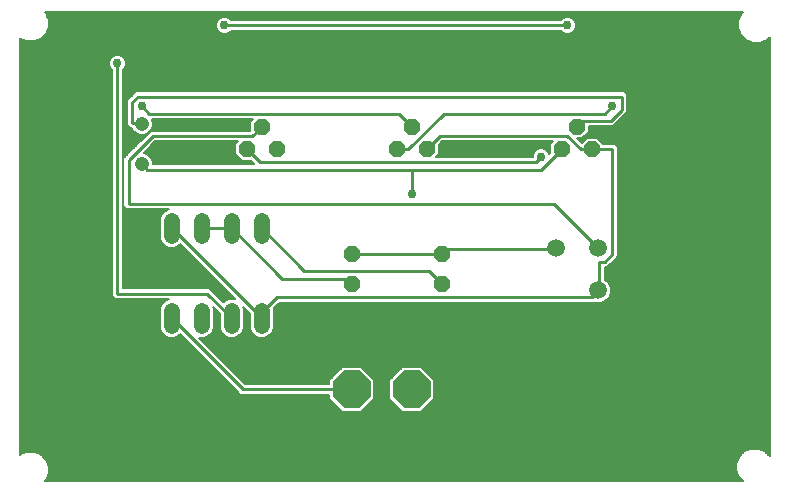
<source format=gbl>
G75*
%MOIN*%
%OFA0B0*%
%FSLAX25Y25*%
%IPPOS*%
%LPD*%
%AMOC8*
5,1,8,0,0,1.08239X$1,22.5*
%
%ADD10OC8,0.05600*%
%ADD11OC8,0.12400*%
%ADD12C,0.05200*%
%ADD13C,0.05906*%
%ADD14C,0.04756*%
%ADD15OC8,0.05200*%
%ADD16C,0.01000*%
%ADD17C,0.02978*%
%ADD18C,0.00600*%
%ADD19OC8,0.03962*%
D10*
X0118800Y0073800D03*
X0118800Y0083800D03*
X0148800Y0083800D03*
X0148800Y0073800D03*
D11*
X0138800Y0038800D03*
X0118800Y0038800D03*
D12*
X0088800Y0059800D02*
X0088800Y0065000D01*
X0078800Y0065000D02*
X0078800Y0059800D01*
X0068800Y0059800D02*
X0068800Y0065000D01*
X0058800Y0065000D02*
X0058800Y0059800D01*
X0058800Y0089800D02*
X0058800Y0095000D01*
X0068800Y0095000D02*
X0068800Y0089800D01*
X0078800Y0089800D02*
X0078800Y0095000D01*
X0088800Y0095000D02*
X0088800Y0089800D01*
D13*
X0186729Y0085871D03*
X0200871Y0085871D03*
X0200871Y0071729D03*
D14*
X0048800Y0113800D03*
X0048800Y0127186D03*
D15*
X0083800Y0118800D03*
X0093800Y0118800D03*
X0088800Y0126300D03*
X0133800Y0118800D03*
X0143800Y0118800D03*
X0138800Y0126300D03*
X0188800Y0118800D03*
X0198800Y0118800D03*
X0193800Y0126300D03*
D16*
X0195675Y0128175D01*
X0205050Y0128175D01*
X0208800Y0131925D01*
X0208800Y0136300D01*
X0047550Y0136300D01*
X0045675Y0134425D01*
X0045675Y0127550D01*
X0048800Y0127550D01*
X0048800Y0127186D01*
X0051300Y0130675D02*
X0134425Y0130675D01*
X0138800Y0126300D01*
X0143800Y0118800D02*
X0148175Y0123175D01*
X0190675Y0123175D01*
X0195050Y0118800D01*
X0198800Y0118800D01*
X0205675Y0118800D01*
X0205675Y0083800D01*
X0203175Y0081300D01*
X0201300Y0081300D01*
X0201300Y0071925D01*
X0200871Y0071729D01*
X0200675Y0071300D01*
X0198800Y0069425D01*
X0093800Y0069425D01*
X0088800Y0064425D01*
X0088800Y0062400D01*
X0058800Y0092400D01*
X0068800Y0092400D02*
X0078800Y0092400D01*
X0095525Y0075675D01*
X0116925Y0075675D01*
X0118800Y0073800D01*
X0118800Y0083800D02*
X0148800Y0083800D01*
X0150675Y0085675D01*
X0186300Y0085675D01*
X0186729Y0085871D01*
X0200675Y0086300D02*
X0200871Y0085871D01*
X0200675Y0086300D02*
X0186300Y0100675D01*
X0044425Y0100675D01*
X0044425Y0115050D01*
X0052550Y0123175D01*
X0085675Y0123175D01*
X0088800Y0126300D01*
X0083800Y0118800D02*
X0088175Y0114425D01*
X0180050Y0114425D01*
X0181925Y0116300D01*
X0181925Y0111925D02*
X0188800Y0118800D01*
X0181925Y0111925D02*
X0138800Y0111925D01*
X0138800Y0103800D01*
X0138800Y0111925D02*
X0050675Y0111925D01*
X0048800Y0113800D01*
X0051300Y0130675D02*
X0048800Y0133175D01*
X0040675Y0147550D02*
X0040675Y0070675D01*
X0070525Y0070675D01*
X0078800Y0062400D01*
X0058800Y0062400D02*
X0082400Y0038800D01*
X0118800Y0038800D01*
X0148800Y0073800D02*
X0144425Y0078175D01*
X0103025Y0078175D01*
X0088800Y0092400D01*
X0133800Y0118800D02*
X0137550Y0118800D01*
X0149425Y0130675D01*
X0203175Y0130675D01*
X0205675Y0133175D01*
X0190675Y0160050D02*
X0076300Y0160050D01*
D17*
X0076300Y0160050D03*
X0040675Y0147550D03*
X0048800Y0133175D03*
X0138800Y0103800D03*
X0181925Y0116300D03*
X0205675Y0133175D03*
X0190675Y0160050D03*
D18*
X0249313Y0008100D02*
X0016487Y0008100D01*
X0016847Y0008461D01*
X0017772Y0010692D01*
X0017772Y0013108D01*
X0016847Y0015339D01*
X0015139Y0017047D01*
X0012908Y0017972D01*
X0010492Y0017972D01*
X0008261Y0017047D01*
X0008100Y0016887D01*
X0008100Y0155813D01*
X0008261Y0155653D01*
X0010492Y0154728D01*
X0012908Y0154728D01*
X0015139Y0155653D01*
X0016847Y0157361D01*
X0017772Y0159592D01*
X0017772Y0162008D01*
X0016847Y0164239D01*
X0016626Y0164461D01*
X0249174Y0164461D01*
X0248453Y0163739D01*
X0247528Y0161508D01*
X0247528Y0159092D01*
X0248453Y0156861D01*
X0250161Y0155153D01*
X0252392Y0154228D01*
X0254808Y0154228D01*
X0257039Y0155153D01*
X0258201Y0156314D01*
X0258201Y0016386D01*
X0256539Y0018047D01*
X0254308Y0018972D01*
X0251892Y0018972D01*
X0249661Y0018047D01*
X0247953Y0016339D01*
X0247028Y0014108D01*
X0247028Y0011692D01*
X0247953Y0009461D01*
X0249313Y0008100D01*
X0248825Y0008588D02*
X0016900Y0008588D01*
X0017148Y0009187D02*
X0248227Y0009187D01*
X0247818Y0009785D02*
X0017396Y0009785D01*
X0017644Y0010384D02*
X0247570Y0010384D01*
X0247322Y0010982D02*
X0017772Y0010982D01*
X0017772Y0011581D02*
X0247075Y0011581D01*
X0247028Y0012179D02*
X0017772Y0012179D01*
X0017772Y0012778D02*
X0247028Y0012778D01*
X0247028Y0013376D02*
X0017660Y0013376D01*
X0017413Y0013975D02*
X0247028Y0013975D01*
X0247221Y0014573D02*
X0017165Y0014573D01*
X0016917Y0015172D02*
X0247469Y0015172D01*
X0247717Y0015770D02*
X0016416Y0015770D01*
X0015818Y0016369D02*
X0247982Y0016369D01*
X0248581Y0016967D02*
X0015219Y0016967D01*
X0013888Y0017566D02*
X0249179Y0017566D01*
X0249943Y0018164D02*
X0008100Y0018164D01*
X0008100Y0017566D02*
X0009512Y0017566D01*
X0008181Y0016967D02*
X0008100Y0016967D01*
X0008100Y0018763D02*
X0251388Y0018763D01*
X0254812Y0018763D02*
X0258201Y0018763D01*
X0258201Y0019361D02*
X0008100Y0019361D01*
X0008100Y0019960D02*
X0258201Y0019960D01*
X0258201Y0020558D02*
X0008100Y0020558D01*
X0008100Y0021157D02*
X0258201Y0021157D01*
X0258201Y0021755D02*
X0008100Y0021755D01*
X0008100Y0022354D02*
X0258201Y0022354D01*
X0258201Y0022952D02*
X0008100Y0022952D01*
X0008100Y0023551D02*
X0258201Y0023551D01*
X0258201Y0024149D02*
X0008100Y0024149D01*
X0008100Y0024748D02*
X0258201Y0024748D01*
X0258201Y0025346D02*
X0008100Y0025346D01*
X0008100Y0025945D02*
X0258201Y0025945D01*
X0258201Y0026543D02*
X0008100Y0026543D01*
X0008100Y0027142D02*
X0258201Y0027142D01*
X0258201Y0027740D02*
X0008100Y0027740D01*
X0008100Y0028339D02*
X0258201Y0028339D01*
X0258201Y0028937D02*
X0008100Y0028937D01*
X0008100Y0029536D02*
X0258201Y0029536D01*
X0258201Y0030134D02*
X0008100Y0030134D01*
X0008100Y0030733D02*
X0258201Y0030733D01*
X0258201Y0031332D02*
X0141938Y0031332D01*
X0141907Y0031300D02*
X0146300Y0035693D01*
X0146300Y0041907D01*
X0141907Y0046300D01*
X0135693Y0046300D01*
X0131300Y0041907D01*
X0131300Y0035693D01*
X0135693Y0031300D01*
X0141907Y0031300D01*
X0142537Y0031930D02*
X0258201Y0031930D01*
X0258201Y0032529D02*
X0143135Y0032529D01*
X0143734Y0033127D02*
X0258201Y0033127D01*
X0258201Y0033726D02*
X0144332Y0033726D01*
X0144931Y0034324D02*
X0258201Y0034324D01*
X0258201Y0034923D02*
X0145529Y0034923D01*
X0146128Y0035521D02*
X0258201Y0035521D01*
X0258201Y0036120D02*
X0146300Y0036120D01*
X0146300Y0036718D02*
X0258201Y0036718D01*
X0258201Y0037317D02*
X0146300Y0037317D01*
X0146300Y0037915D02*
X0258201Y0037915D01*
X0258201Y0038514D02*
X0146300Y0038514D01*
X0146300Y0039112D02*
X0258201Y0039112D01*
X0258201Y0039711D02*
X0146300Y0039711D01*
X0146300Y0040309D02*
X0258201Y0040309D01*
X0258201Y0040908D02*
X0146300Y0040908D01*
X0146300Y0041506D02*
X0258201Y0041506D01*
X0258201Y0042105D02*
X0146102Y0042105D01*
X0145503Y0042703D02*
X0258201Y0042703D01*
X0258201Y0043302D02*
X0144905Y0043302D01*
X0144306Y0043900D02*
X0258201Y0043900D01*
X0258201Y0044499D02*
X0143708Y0044499D01*
X0143109Y0045097D02*
X0258201Y0045097D01*
X0258201Y0045696D02*
X0142511Y0045696D01*
X0141912Y0046294D02*
X0258201Y0046294D01*
X0258201Y0046893D02*
X0076853Y0046893D01*
X0077451Y0046294D02*
X0115688Y0046294D01*
X0115693Y0046300D02*
X0111300Y0041907D01*
X0111300Y0040600D01*
X0083146Y0040600D01*
X0067719Y0056026D01*
X0068024Y0055900D01*
X0069576Y0055900D01*
X0071009Y0056494D01*
X0072106Y0057591D01*
X0072700Y0059024D01*
X0072700Y0065776D01*
X0072574Y0066081D01*
X0074900Y0063754D01*
X0074900Y0059024D01*
X0075494Y0057591D01*
X0076591Y0056494D01*
X0078024Y0055900D01*
X0079576Y0055900D01*
X0081009Y0056494D01*
X0082106Y0057591D01*
X0082700Y0059024D01*
X0082700Y0065776D01*
X0082574Y0066081D01*
X0084900Y0063754D01*
X0084900Y0059024D01*
X0085494Y0057591D01*
X0086591Y0056494D01*
X0088024Y0055900D01*
X0089576Y0055900D01*
X0091009Y0056494D01*
X0092106Y0057591D01*
X0092700Y0059024D01*
X0092700Y0065776D01*
X0092699Y0065778D01*
X0094546Y0067625D01*
X0199546Y0067625D01*
X0199581Y0067660D01*
X0200025Y0067476D01*
X0201717Y0067476D01*
X0203280Y0068124D01*
X0204476Y0069320D01*
X0205124Y0070883D01*
X0205124Y0072575D01*
X0204476Y0074138D01*
X0203280Y0075334D01*
X0203100Y0075409D01*
X0203100Y0079500D01*
X0203921Y0079500D01*
X0206421Y0082000D01*
X0207475Y0083054D01*
X0207475Y0119546D01*
X0206421Y0120600D01*
X0202515Y0120600D01*
X0200415Y0122700D01*
X0197185Y0122700D01*
X0195440Y0120955D01*
X0193996Y0122400D01*
X0195415Y0122400D01*
X0197700Y0124685D01*
X0197700Y0126375D01*
X0205796Y0126375D01*
X0209546Y0130125D01*
X0210600Y0131179D01*
X0210600Y0137046D01*
X0209546Y0138100D01*
X0046804Y0138100D01*
X0044929Y0136225D01*
X0043875Y0135171D01*
X0043875Y0126804D01*
X0044929Y0125750D01*
X0045414Y0125750D01*
X0045682Y0125102D01*
X0046717Y0124068D01*
X0048068Y0123508D01*
X0049532Y0123508D01*
X0050883Y0124068D01*
X0051918Y0125102D01*
X0052478Y0126454D01*
X0052478Y0127917D01*
X0052081Y0128875D01*
X0085860Y0128875D01*
X0084900Y0127915D01*
X0084900Y0124975D01*
X0051804Y0124975D01*
X0043679Y0116850D01*
X0042625Y0115796D01*
X0042625Y0099929D01*
X0043679Y0098875D01*
X0057964Y0098875D01*
X0056591Y0098306D01*
X0055494Y0097209D01*
X0054900Y0095776D01*
X0054900Y0089024D01*
X0055494Y0087591D01*
X0056591Y0086494D01*
X0058024Y0085900D01*
X0059576Y0085900D01*
X0061009Y0086494D01*
X0061585Y0087070D01*
X0079881Y0068774D01*
X0079576Y0068900D01*
X0078024Y0068900D01*
X0076591Y0068306D01*
X0076015Y0067730D01*
X0071271Y0072475D01*
X0042475Y0072475D01*
X0042475Y0145406D01*
X0043039Y0145970D01*
X0043464Y0146995D01*
X0043464Y0148105D01*
X0043039Y0149130D01*
X0042255Y0149914D01*
X0041230Y0150339D01*
X0040120Y0150339D01*
X0039095Y0149914D01*
X0038311Y0149130D01*
X0037886Y0148105D01*
X0037886Y0146995D01*
X0038311Y0145970D01*
X0038875Y0145406D01*
X0038875Y0069929D01*
X0039929Y0068875D01*
X0057964Y0068875D01*
X0056591Y0068306D01*
X0055494Y0067209D01*
X0054900Y0065776D01*
X0054900Y0059024D01*
X0055494Y0057591D01*
X0056591Y0056494D01*
X0058024Y0055900D01*
X0059576Y0055900D01*
X0061009Y0056494D01*
X0061585Y0057070D01*
X0080600Y0038054D01*
X0081654Y0037000D01*
X0111300Y0037000D01*
X0111300Y0035693D01*
X0115693Y0031300D01*
X0121907Y0031300D01*
X0126300Y0035693D01*
X0126300Y0041907D01*
X0121907Y0046300D01*
X0115693Y0046300D01*
X0115089Y0045696D02*
X0078050Y0045696D01*
X0078648Y0045097D02*
X0114491Y0045097D01*
X0113892Y0044499D02*
X0079247Y0044499D01*
X0079845Y0043900D02*
X0113294Y0043900D01*
X0112695Y0043302D02*
X0080444Y0043302D01*
X0081042Y0042703D02*
X0112097Y0042703D01*
X0111498Y0042105D02*
X0081641Y0042105D01*
X0082239Y0041506D02*
X0111300Y0041506D01*
X0111300Y0040908D02*
X0082838Y0040908D01*
X0080141Y0038514D02*
X0008100Y0038514D01*
X0008100Y0039112D02*
X0079542Y0039112D01*
X0078944Y0039711D02*
X0008100Y0039711D01*
X0008100Y0040309D02*
X0078345Y0040309D01*
X0077747Y0040908D02*
X0008100Y0040908D01*
X0008100Y0041506D02*
X0077148Y0041506D01*
X0076550Y0042105D02*
X0008100Y0042105D01*
X0008100Y0042703D02*
X0075951Y0042703D01*
X0075353Y0043302D02*
X0008100Y0043302D01*
X0008100Y0043900D02*
X0074754Y0043900D01*
X0074156Y0044499D02*
X0008100Y0044499D01*
X0008100Y0045097D02*
X0073557Y0045097D01*
X0072959Y0045696D02*
X0008100Y0045696D01*
X0008100Y0046294D02*
X0072360Y0046294D01*
X0071762Y0046893D02*
X0008100Y0046893D01*
X0008100Y0047491D02*
X0071163Y0047491D01*
X0070565Y0048090D02*
X0008100Y0048090D01*
X0008100Y0048688D02*
X0069966Y0048688D01*
X0069368Y0049287D02*
X0008100Y0049287D01*
X0008100Y0049885D02*
X0068769Y0049885D01*
X0068171Y0050484D02*
X0008100Y0050484D01*
X0008100Y0051082D02*
X0067572Y0051082D01*
X0066973Y0051681D02*
X0008100Y0051681D01*
X0008100Y0052279D02*
X0066375Y0052279D01*
X0065776Y0052878D02*
X0008100Y0052878D01*
X0008100Y0053476D02*
X0065178Y0053476D01*
X0064579Y0054075D02*
X0008100Y0054075D01*
X0008100Y0054673D02*
X0063981Y0054673D01*
X0063382Y0055272D02*
X0008100Y0055272D01*
X0008100Y0055870D02*
X0062784Y0055870D01*
X0062185Y0056469D02*
X0060949Y0056469D01*
X0061583Y0057068D02*
X0061587Y0057068D01*
X0056651Y0056469D02*
X0008100Y0056469D01*
X0008100Y0057068D02*
X0056017Y0057068D01*
X0055463Y0057666D02*
X0008100Y0057666D01*
X0008100Y0058265D02*
X0055215Y0058265D01*
X0054967Y0058863D02*
X0008100Y0058863D01*
X0008100Y0059462D02*
X0054900Y0059462D01*
X0054900Y0060060D02*
X0008100Y0060060D01*
X0008100Y0060659D02*
X0054900Y0060659D01*
X0054900Y0061257D02*
X0008100Y0061257D01*
X0008100Y0061856D02*
X0054900Y0061856D01*
X0054900Y0062454D02*
X0008100Y0062454D01*
X0008100Y0063053D02*
X0054900Y0063053D01*
X0054900Y0063651D02*
X0008100Y0063651D01*
X0008100Y0064250D02*
X0054900Y0064250D01*
X0054900Y0064848D02*
X0008100Y0064848D01*
X0008100Y0065447D02*
X0054900Y0065447D01*
X0055012Y0066045D02*
X0008100Y0066045D01*
X0008100Y0066644D02*
X0055260Y0066644D01*
X0055527Y0067242D02*
X0008100Y0067242D01*
X0008100Y0067841D02*
X0056125Y0067841D01*
X0056912Y0068439D02*
X0008100Y0068439D01*
X0008100Y0069038D02*
X0039767Y0069038D01*
X0039168Y0069636D02*
X0008100Y0069636D01*
X0008100Y0070235D02*
X0038875Y0070235D01*
X0038875Y0070833D02*
X0008100Y0070833D01*
X0008100Y0071432D02*
X0038875Y0071432D01*
X0038875Y0072030D02*
X0008100Y0072030D01*
X0008100Y0072629D02*
X0038875Y0072629D01*
X0038875Y0073227D02*
X0008100Y0073227D01*
X0008100Y0073826D02*
X0038875Y0073826D01*
X0038875Y0074424D02*
X0008100Y0074424D01*
X0008100Y0075023D02*
X0038875Y0075023D01*
X0038875Y0075621D02*
X0008100Y0075621D01*
X0008100Y0076220D02*
X0038875Y0076220D01*
X0038875Y0076818D02*
X0008100Y0076818D01*
X0008100Y0077417D02*
X0038875Y0077417D01*
X0038875Y0078015D02*
X0008100Y0078015D01*
X0008100Y0078614D02*
X0038875Y0078614D01*
X0038875Y0079212D02*
X0008100Y0079212D01*
X0008100Y0079811D02*
X0038875Y0079811D01*
X0038875Y0080409D02*
X0008100Y0080409D01*
X0008100Y0081008D02*
X0038875Y0081008D01*
X0038875Y0081606D02*
X0008100Y0081606D01*
X0008100Y0082205D02*
X0038875Y0082205D01*
X0038875Y0082803D02*
X0008100Y0082803D01*
X0008100Y0083402D02*
X0038875Y0083402D01*
X0038875Y0084001D02*
X0008100Y0084001D01*
X0008100Y0084599D02*
X0038875Y0084599D01*
X0038875Y0085198D02*
X0008100Y0085198D01*
X0008100Y0085796D02*
X0038875Y0085796D01*
X0038875Y0086395D02*
X0008100Y0086395D01*
X0008100Y0086993D02*
X0038875Y0086993D01*
X0038875Y0087592D02*
X0008100Y0087592D01*
X0008100Y0088190D02*
X0038875Y0088190D01*
X0038875Y0088789D02*
X0008100Y0088789D01*
X0008100Y0089387D02*
X0038875Y0089387D01*
X0038875Y0089986D02*
X0008100Y0089986D01*
X0008100Y0090584D02*
X0038875Y0090584D01*
X0038875Y0091183D02*
X0008100Y0091183D01*
X0008100Y0091781D02*
X0038875Y0091781D01*
X0038875Y0092380D02*
X0008100Y0092380D01*
X0008100Y0092978D02*
X0038875Y0092978D01*
X0038875Y0093577D02*
X0008100Y0093577D01*
X0008100Y0094175D02*
X0038875Y0094175D01*
X0038875Y0094774D02*
X0008100Y0094774D01*
X0008100Y0095372D02*
X0038875Y0095372D01*
X0038875Y0095971D02*
X0008100Y0095971D01*
X0008100Y0096569D02*
X0038875Y0096569D01*
X0038875Y0097168D02*
X0008100Y0097168D01*
X0008100Y0097766D02*
X0038875Y0097766D01*
X0038875Y0098365D02*
X0008100Y0098365D01*
X0008100Y0098963D02*
X0038875Y0098963D01*
X0038875Y0099562D02*
X0008100Y0099562D01*
X0008100Y0100160D02*
X0038875Y0100160D01*
X0038875Y0100759D02*
X0008100Y0100759D01*
X0008100Y0101357D02*
X0038875Y0101357D01*
X0038875Y0101956D02*
X0008100Y0101956D01*
X0008100Y0102554D02*
X0038875Y0102554D01*
X0038875Y0103153D02*
X0008100Y0103153D01*
X0008100Y0103751D02*
X0038875Y0103751D01*
X0038875Y0104350D02*
X0008100Y0104350D01*
X0008100Y0104948D02*
X0038875Y0104948D01*
X0038875Y0105547D02*
X0008100Y0105547D01*
X0008100Y0106145D02*
X0038875Y0106145D01*
X0038875Y0106744D02*
X0008100Y0106744D01*
X0008100Y0107342D02*
X0038875Y0107342D01*
X0038875Y0107941D02*
X0008100Y0107941D01*
X0008100Y0108539D02*
X0038875Y0108539D01*
X0038875Y0109138D02*
X0008100Y0109138D01*
X0008100Y0109737D02*
X0038875Y0109737D01*
X0038875Y0110335D02*
X0008100Y0110335D01*
X0008100Y0110934D02*
X0038875Y0110934D01*
X0038875Y0111532D02*
X0008100Y0111532D01*
X0008100Y0112131D02*
X0038875Y0112131D01*
X0038875Y0112729D02*
X0008100Y0112729D01*
X0008100Y0113328D02*
X0038875Y0113328D01*
X0038875Y0113926D02*
X0008100Y0113926D01*
X0008100Y0114525D02*
X0038875Y0114525D01*
X0038875Y0115123D02*
X0008100Y0115123D01*
X0008100Y0115722D02*
X0038875Y0115722D01*
X0038875Y0116320D02*
X0008100Y0116320D01*
X0008100Y0116919D02*
X0038875Y0116919D01*
X0038875Y0117517D02*
X0008100Y0117517D01*
X0008100Y0118116D02*
X0038875Y0118116D01*
X0038875Y0118714D02*
X0008100Y0118714D01*
X0008100Y0119313D02*
X0038875Y0119313D01*
X0038875Y0119911D02*
X0008100Y0119911D01*
X0008100Y0120510D02*
X0038875Y0120510D01*
X0038875Y0121108D02*
X0008100Y0121108D01*
X0008100Y0121707D02*
X0038875Y0121707D01*
X0038875Y0122305D02*
X0008100Y0122305D01*
X0008100Y0122904D02*
X0038875Y0122904D01*
X0038875Y0123502D02*
X0008100Y0123502D01*
X0008100Y0124101D02*
X0038875Y0124101D01*
X0038875Y0124699D02*
X0008100Y0124699D01*
X0008100Y0125298D02*
X0038875Y0125298D01*
X0038875Y0125896D02*
X0008100Y0125896D01*
X0008100Y0126495D02*
X0038875Y0126495D01*
X0038875Y0127093D02*
X0008100Y0127093D01*
X0008100Y0127692D02*
X0038875Y0127692D01*
X0038875Y0128290D02*
X0008100Y0128290D01*
X0008100Y0128889D02*
X0038875Y0128889D01*
X0038875Y0129487D02*
X0008100Y0129487D01*
X0008100Y0130086D02*
X0038875Y0130086D01*
X0038875Y0130684D02*
X0008100Y0130684D01*
X0008100Y0131283D02*
X0038875Y0131283D01*
X0038875Y0131881D02*
X0008100Y0131881D01*
X0008100Y0132480D02*
X0038875Y0132480D01*
X0038875Y0133078D02*
X0008100Y0133078D01*
X0008100Y0133677D02*
X0038875Y0133677D01*
X0038875Y0134275D02*
X0008100Y0134275D01*
X0008100Y0134874D02*
X0038875Y0134874D01*
X0038875Y0135472D02*
X0008100Y0135472D01*
X0008100Y0136071D02*
X0038875Y0136071D01*
X0038875Y0136670D02*
X0008100Y0136670D01*
X0008100Y0137268D02*
X0038875Y0137268D01*
X0038875Y0137867D02*
X0008100Y0137867D01*
X0008100Y0138465D02*
X0038875Y0138465D01*
X0038875Y0139064D02*
X0008100Y0139064D01*
X0008100Y0139662D02*
X0038875Y0139662D01*
X0038875Y0140261D02*
X0008100Y0140261D01*
X0008100Y0140859D02*
X0038875Y0140859D01*
X0038875Y0141458D02*
X0008100Y0141458D01*
X0008100Y0142056D02*
X0038875Y0142056D01*
X0038875Y0142655D02*
X0008100Y0142655D01*
X0008100Y0143253D02*
X0038875Y0143253D01*
X0038875Y0143852D02*
X0008100Y0143852D01*
X0008100Y0144450D02*
X0038875Y0144450D01*
X0038875Y0145049D02*
X0008100Y0145049D01*
X0008100Y0145647D02*
X0038634Y0145647D01*
X0038196Y0146246D02*
X0008100Y0146246D01*
X0008100Y0146844D02*
X0037949Y0146844D01*
X0037886Y0147443D02*
X0008100Y0147443D01*
X0008100Y0148041D02*
X0037886Y0148041D01*
X0038108Y0148640D02*
X0008100Y0148640D01*
X0008100Y0149238D02*
X0038419Y0149238D01*
X0039018Y0149837D02*
X0008100Y0149837D01*
X0008100Y0150435D02*
X0258201Y0150435D01*
X0258201Y0149837D02*
X0042332Y0149837D01*
X0042931Y0149238D02*
X0258201Y0149238D01*
X0258201Y0148640D02*
X0043242Y0148640D01*
X0043464Y0148041D02*
X0258201Y0148041D01*
X0258201Y0147443D02*
X0043464Y0147443D01*
X0043401Y0146844D02*
X0258201Y0146844D01*
X0258201Y0146246D02*
X0043153Y0146246D01*
X0042716Y0145647D02*
X0258201Y0145647D01*
X0258201Y0145049D02*
X0042475Y0145049D01*
X0042475Y0144450D02*
X0258201Y0144450D01*
X0258201Y0143852D02*
X0042475Y0143852D01*
X0042475Y0143253D02*
X0258201Y0143253D01*
X0258201Y0142655D02*
X0042475Y0142655D01*
X0042475Y0142056D02*
X0258201Y0142056D01*
X0258201Y0141458D02*
X0042475Y0141458D01*
X0042475Y0140859D02*
X0258201Y0140859D01*
X0258201Y0140261D02*
X0042475Y0140261D01*
X0042475Y0139662D02*
X0258201Y0139662D01*
X0258201Y0139064D02*
X0042475Y0139064D01*
X0042475Y0138465D02*
X0258201Y0138465D01*
X0258201Y0137867D02*
X0209779Y0137867D01*
X0210378Y0137268D02*
X0258201Y0137268D01*
X0258201Y0136670D02*
X0210600Y0136670D01*
X0210600Y0136071D02*
X0258201Y0136071D01*
X0258201Y0135472D02*
X0210600Y0135472D01*
X0210600Y0134874D02*
X0258201Y0134874D01*
X0258201Y0134275D02*
X0210600Y0134275D01*
X0210600Y0133677D02*
X0258201Y0133677D01*
X0258201Y0133078D02*
X0210600Y0133078D01*
X0210600Y0132480D02*
X0258201Y0132480D01*
X0258201Y0131881D02*
X0210600Y0131881D01*
X0210600Y0131283D02*
X0258201Y0131283D01*
X0258201Y0130684D02*
X0210105Y0130684D01*
X0209506Y0130086D02*
X0258201Y0130086D01*
X0258201Y0129487D02*
X0208908Y0129487D01*
X0208309Y0128889D02*
X0258201Y0128889D01*
X0258201Y0128290D02*
X0207711Y0128290D01*
X0207112Y0127692D02*
X0258201Y0127692D01*
X0258201Y0127093D02*
X0206514Y0127093D01*
X0205915Y0126495D02*
X0258201Y0126495D01*
X0258201Y0125896D02*
X0197700Y0125896D01*
X0197700Y0125298D02*
X0258201Y0125298D01*
X0258201Y0124699D02*
X0197700Y0124699D01*
X0197116Y0124101D02*
X0258201Y0124101D01*
X0258201Y0123502D02*
X0196518Y0123502D01*
X0195919Y0122904D02*
X0258201Y0122904D01*
X0258201Y0122305D02*
X0200810Y0122305D01*
X0201409Y0121707D02*
X0258201Y0121707D01*
X0258201Y0121108D02*
X0202007Y0121108D01*
X0206511Y0120510D02*
X0258201Y0120510D01*
X0258201Y0119911D02*
X0207109Y0119911D01*
X0207475Y0119313D02*
X0258201Y0119313D01*
X0258201Y0118714D02*
X0207475Y0118714D01*
X0207475Y0118116D02*
X0258201Y0118116D01*
X0258201Y0117517D02*
X0207475Y0117517D01*
X0207475Y0116919D02*
X0258201Y0116919D01*
X0258201Y0116320D02*
X0207475Y0116320D01*
X0207475Y0115722D02*
X0258201Y0115722D01*
X0258201Y0115123D02*
X0207475Y0115123D01*
X0207475Y0114525D02*
X0258201Y0114525D01*
X0258201Y0113926D02*
X0207475Y0113926D01*
X0207475Y0113328D02*
X0258201Y0113328D01*
X0258201Y0112729D02*
X0207475Y0112729D01*
X0207475Y0112131D02*
X0258201Y0112131D01*
X0258201Y0111532D02*
X0207475Y0111532D01*
X0207475Y0110934D02*
X0258201Y0110934D01*
X0258201Y0110335D02*
X0207475Y0110335D01*
X0207475Y0109737D02*
X0258201Y0109737D01*
X0258201Y0109138D02*
X0207475Y0109138D01*
X0207475Y0108539D02*
X0258201Y0108539D01*
X0258201Y0107941D02*
X0207475Y0107941D01*
X0207475Y0107342D02*
X0258201Y0107342D01*
X0258201Y0106744D02*
X0207475Y0106744D01*
X0207475Y0106145D02*
X0258201Y0106145D01*
X0258201Y0105547D02*
X0207475Y0105547D01*
X0207475Y0104948D02*
X0258201Y0104948D01*
X0258201Y0104350D02*
X0207475Y0104350D01*
X0207475Y0103751D02*
X0258201Y0103751D01*
X0258201Y0103153D02*
X0207475Y0103153D01*
X0207475Y0102554D02*
X0258201Y0102554D01*
X0258201Y0101956D02*
X0207475Y0101956D01*
X0207475Y0101357D02*
X0258201Y0101357D01*
X0258201Y0100759D02*
X0207475Y0100759D01*
X0207475Y0100160D02*
X0258201Y0100160D01*
X0258201Y0099562D02*
X0207475Y0099562D01*
X0207475Y0098963D02*
X0258201Y0098963D01*
X0258201Y0098365D02*
X0207475Y0098365D01*
X0207475Y0097766D02*
X0258201Y0097766D01*
X0258201Y0097168D02*
X0207475Y0097168D01*
X0207475Y0096569D02*
X0258201Y0096569D01*
X0258201Y0095971D02*
X0207475Y0095971D01*
X0207475Y0095372D02*
X0258201Y0095372D01*
X0258201Y0094774D02*
X0207475Y0094774D01*
X0207475Y0094175D02*
X0258201Y0094175D01*
X0258201Y0093577D02*
X0207475Y0093577D01*
X0207475Y0092978D02*
X0258201Y0092978D01*
X0258201Y0092380D02*
X0207475Y0092380D01*
X0207475Y0091781D02*
X0258201Y0091781D01*
X0258201Y0091183D02*
X0207475Y0091183D01*
X0207475Y0090584D02*
X0258201Y0090584D01*
X0258201Y0089986D02*
X0207475Y0089986D01*
X0207475Y0089387D02*
X0258201Y0089387D01*
X0258201Y0088789D02*
X0207475Y0088789D01*
X0207475Y0088190D02*
X0258201Y0088190D01*
X0258201Y0087592D02*
X0207475Y0087592D01*
X0207475Y0086993D02*
X0258201Y0086993D01*
X0258201Y0086395D02*
X0207475Y0086395D01*
X0207475Y0085796D02*
X0258201Y0085796D01*
X0258201Y0085198D02*
X0207475Y0085198D01*
X0207475Y0084599D02*
X0258201Y0084599D01*
X0258201Y0084001D02*
X0207475Y0084001D01*
X0207475Y0083402D02*
X0258201Y0083402D01*
X0258201Y0082803D02*
X0207224Y0082803D01*
X0206626Y0082205D02*
X0258201Y0082205D01*
X0258201Y0081606D02*
X0206027Y0081606D01*
X0205429Y0081008D02*
X0258201Y0081008D01*
X0258201Y0080409D02*
X0204830Y0080409D01*
X0204232Y0079811D02*
X0258201Y0079811D01*
X0258201Y0079212D02*
X0203100Y0079212D01*
X0203100Y0078614D02*
X0258201Y0078614D01*
X0258201Y0078015D02*
X0203100Y0078015D01*
X0203100Y0077417D02*
X0258201Y0077417D01*
X0258201Y0076818D02*
X0203100Y0076818D01*
X0203100Y0076220D02*
X0258201Y0076220D01*
X0258201Y0075621D02*
X0203100Y0075621D01*
X0203591Y0075023D02*
X0258201Y0075023D01*
X0258201Y0074424D02*
X0204190Y0074424D01*
X0204606Y0073826D02*
X0258201Y0073826D01*
X0258201Y0073227D02*
X0204853Y0073227D01*
X0205101Y0072629D02*
X0258201Y0072629D01*
X0258201Y0072030D02*
X0205124Y0072030D01*
X0205124Y0071432D02*
X0258201Y0071432D01*
X0258201Y0070833D02*
X0205103Y0070833D01*
X0204855Y0070235D02*
X0258201Y0070235D01*
X0258201Y0069636D02*
X0204607Y0069636D01*
X0204194Y0069038D02*
X0258201Y0069038D01*
X0258201Y0068439D02*
X0203595Y0068439D01*
X0202596Y0067841D02*
X0258201Y0067841D01*
X0258201Y0067242D02*
X0094163Y0067242D01*
X0093564Y0066644D02*
X0258201Y0066644D01*
X0258201Y0066045D02*
X0092966Y0066045D01*
X0092700Y0065447D02*
X0258201Y0065447D01*
X0258201Y0064848D02*
X0092700Y0064848D01*
X0092700Y0064250D02*
X0258201Y0064250D01*
X0258201Y0063651D02*
X0092700Y0063651D01*
X0092700Y0063053D02*
X0258201Y0063053D01*
X0258201Y0062454D02*
X0092700Y0062454D01*
X0092700Y0061856D02*
X0258201Y0061856D01*
X0258201Y0061257D02*
X0092700Y0061257D01*
X0092700Y0060659D02*
X0258201Y0060659D01*
X0258201Y0060060D02*
X0092700Y0060060D01*
X0092700Y0059462D02*
X0258201Y0059462D01*
X0258201Y0058863D02*
X0092633Y0058863D01*
X0092385Y0058265D02*
X0258201Y0058265D01*
X0258201Y0057666D02*
X0092137Y0057666D01*
X0091583Y0057068D02*
X0258201Y0057068D01*
X0258201Y0056469D02*
X0090949Y0056469D01*
X0086651Y0056469D02*
X0080949Y0056469D01*
X0081583Y0057068D02*
X0086017Y0057068D01*
X0085463Y0057666D02*
X0082137Y0057666D01*
X0082385Y0058265D02*
X0085215Y0058265D01*
X0084967Y0058863D02*
X0082633Y0058863D01*
X0082700Y0059462D02*
X0084900Y0059462D01*
X0084900Y0060060D02*
X0082700Y0060060D01*
X0082700Y0060659D02*
X0084900Y0060659D01*
X0084900Y0061257D02*
X0082700Y0061257D01*
X0082700Y0061856D02*
X0084900Y0061856D01*
X0084900Y0062454D02*
X0082700Y0062454D01*
X0082700Y0063053D02*
X0084900Y0063053D01*
X0084900Y0063651D02*
X0082700Y0063651D01*
X0082700Y0064250D02*
X0084405Y0064250D01*
X0083806Y0064848D02*
X0082700Y0064848D01*
X0082700Y0065447D02*
X0083208Y0065447D01*
X0082609Y0066045D02*
X0082588Y0066045D01*
X0079617Y0069038D02*
X0074708Y0069038D01*
X0074109Y0069636D02*
X0079018Y0069636D01*
X0078420Y0070235D02*
X0073511Y0070235D01*
X0072912Y0070833D02*
X0077821Y0070833D01*
X0077223Y0071432D02*
X0072314Y0071432D01*
X0071715Y0072030D02*
X0076624Y0072030D01*
X0076026Y0072629D02*
X0042475Y0072629D01*
X0042475Y0073227D02*
X0075427Y0073227D01*
X0074829Y0073826D02*
X0042475Y0073826D01*
X0042475Y0074424D02*
X0074230Y0074424D01*
X0073632Y0075023D02*
X0042475Y0075023D01*
X0042475Y0075621D02*
X0073033Y0075621D01*
X0072435Y0076220D02*
X0042475Y0076220D01*
X0042475Y0076818D02*
X0071836Y0076818D01*
X0071238Y0077417D02*
X0042475Y0077417D01*
X0042475Y0078015D02*
X0070639Y0078015D01*
X0070040Y0078614D02*
X0042475Y0078614D01*
X0042475Y0079212D02*
X0069442Y0079212D01*
X0068843Y0079811D02*
X0042475Y0079811D01*
X0042475Y0080409D02*
X0068245Y0080409D01*
X0067646Y0081008D02*
X0042475Y0081008D01*
X0042475Y0081606D02*
X0067048Y0081606D01*
X0066449Y0082205D02*
X0042475Y0082205D01*
X0042475Y0082803D02*
X0065851Y0082803D01*
X0065252Y0083402D02*
X0042475Y0083402D01*
X0042475Y0084001D02*
X0064654Y0084001D01*
X0064055Y0084599D02*
X0042475Y0084599D01*
X0042475Y0085198D02*
X0063457Y0085198D01*
X0062858Y0085796D02*
X0042475Y0085796D01*
X0042475Y0086395D02*
X0056830Y0086395D01*
X0056091Y0086993D02*
X0042475Y0086993D01*
X0042475Y0087592D02*
X0055493Y0087592D01*
X0055246Y0088190D02*
X0042475Y0088190D01*
X0042475Y0088789D02*
X0054998Y0088789D01*
X0054900Y0089387D02*
X0042475Y0089387D01*
X0042475Y0089986D02*
X0054900Y0089986D01*
X0054900Y0090584D02*
X0042475Y0090584D01*
X0042475Y0091183D02*
X0054900Y0091183D01*
X0054900Y0091781D02*
X0042475Y0091781D01*
X0042475Y0092380D02*
X0054900Y0092380D01*
X0054900Y0092978D02*
X0042475Y0092978D01*
X0042475Y0093577D02*
X0054900Y0093577D01*
X0054900Y0094175D02*
X0042475Y0094175D01*
X0042475Y0094774D02*
X0054900Y0094774D01*
X0054900Y0095372D02*
X0042475Y0095372D01*
X0042475Y0095971D02*
X0054981Y0095971D01*
X0055229Y0096569D02*
X0042475Y0096569D01*
X0042475Y0097168D02*
X0055477Y0097168D01*
X0056051Y0097766D02*
X0042475Y0097766D01*
X0042475Y0098365D02*
X0056732Y0098365D01*
X0043591Y0098963D02*
X0042475Y0098963D01*
X0042475Y0099562D02*
X0042993Y0099562D01*
X0042625Y0100160D02*
X0042475Y0100160D01*
X0042475Y0100759D02*
X0042625Y0100759D01*
X0042625Y0101357D02*
X0042475Y0101357D01*
X0042475Y0101956D02*
X0042625Y0101956D01*
X0042625Y0102554D02*
X0042475Y0102554D01*
X0042475Y0103153D02*
X0042625Y0103153D01*
X0042625Y0103751D02*
X0042475Y0103751D01*
X0042475Y0104350D02*
X0042625Y0104350D01*
X0042625Y0104948D02*
X0042475Y0104948D01*
X0042475Y0105547D02*
X0042625Y0105547D01*
X0042625Y0106145D02*
X0042475Y0106145D01*
X0042475Y0106744D02*
X0042625Y0106744D01*
X0042625Y0107342D02*
X0042475Y0107342D01*
X0042475Y0107941D02*
X0042625Y0107941D01*
X0042625Y0108539D02*
X0042475Y0108539D01*
X0042475Y0109138D02*
X0042625Y0109138D01*
X0042625Y0109737D02*
X0042475Y0109737D01*
X0042475Y0110335D02*
X0042625Y0110335D01*
X0042625Y0110934D02*
X0042475Y0110934D01*
X0042475Y0111532D02*
X0042625Y0111532D01*
X0042625Y0112131D02*
X0042475Y0112131D01*
X0042475Y0112729D02*
X0042625Y0112729D01*
X0042625Y0113328D02*
X0042475Y0113328D01*
X0042475Y0113926D02*
X0042625Y0113926D01*
X0042625Y0114525D02*
X0042475Y0114525D01*
X0042475Y0115123D02*
X0042625Y0115123D01*
X0042625Y0115722D02*
X0042475Y0115722D01*
X0042475Y0116320D02*
X0043150Y0116320D01*
X0043748Y0116919D02*
X0042475Y0116919D01*
X0042475Y0117517D02*
X0044347Y0117517D01*
X0044945Y0118116D02*
X0042475Y0118116D01*
X0042475Y0118714D02*
X0045544Y0118714D01*
X0046142Y0119313D02*
X0042475Y0119313D01*
X0042475Y0119911D02*
X0046741Y0119911D01*
X0047339Y0120510D02*
X0042475Y0120510D01*
X0042475Y0121108D02*
X0047938Y0121108D01*
X0048536Y0121707D02*
X0042475Y0121707D01*
X0042475Y0122305D02*
X0049135Y0122305D01*
X0049733Y0122904D02*
X0042475Y0122904D01*
X0042475Y0123502D02*
X0050332Y0123502D01*
X0050916Y0124101D02*
X0050930Y0124101D01*
X0051515Y0124699D02*
X0051529Y0124699D01*
X0051999Y0125298D02*
X0084900Y0125298D01*
X0084900Y0125896D02*
X0052247Y0125896D01*
X0052478Y0126495D02*
X0084900Y0126495D01*
X0084900Y0127093D02*
X0052478Y0127093D01*
X0052478Y0127692D02*
X0084900Y0127692D01*
X0085275Y0128290D02*
X0052323Y0128290D01*
X0046085Y0124699D02*
X0042475Y0124699D01*
X0042475Y0124101D02*
X0046684Y0124101D01*
X0045601Y0125298D02*
X0042475Y0125298D01*
X0042475Y0125896D02*
X0044783Y0125896D01*
X0044185Y0126495D02*
X0042475Y0126495D01*
X0042475Y0127093D02*
X0043875Y0127093D01*
X0043875Y0127692D02*
X0042475Y0127692D01*
X0042475Y0128290D02*
X0043875Y0128290D01*
X0043875Y0128889D02*
X0042475Y0128889D01*
X0042475Y0129487D02*
X0043875Y0129487D01*
X0043875Y0130086D02*
X0042475Y0130086D01*
X0042475Y0130684D02*
X0043875Y0130684D01*
X0043875Y0131283D02*
X0042475Y0131283D01*
X0042475Y0131881D02*
X0043875Y0131881D01*
X0043875Y0132480D02*
X0042475Y0132480D01*
X0042475Y0133078D02*
X0043875Y0133078D01*
X0043875Y0133677D02*
X0042475Y0133677D01*
X0042475Y0134275D02*
X0043875Y0134275D01*
X0043875Y0134874D02*
X0042475Y0134874D01*
X0042475Y0135472D02*
X0044177Y0135472D01*
X0044775Y0136071D02*
X0042475Y0136071D01*
X0042475Y0136670D02*
X0045374Y0136670D01*
X0045972Y0137268D02*
X0042475Y0137268D01*
X0042475Y0137867D02*
X0046571Y0137867D01*
X0053296Y0121375D02*
X0080860Y0121375D01*
X0079900Y0120415D01*
X0079900Y0117185D01*
X0082185Y0114900D01*
X0085154Y0114900D01*
X0086329Y0113725D01*
X0052478Y0113725D01*
X0052478Y0114532D01*
X0051918Y0115883D01*
X0050883Y0116918D01*
X0049532Y0117478D01*
X0049399Y0117478D01*
X0053296Y0121375D01*
X0053029Y0121108D02*
X0080593Y0121108D01*
X0079994Y0120510D02*
X0052430Y0120510D01*
X0051832Y0119911D02*
X0079900Y0119911D01*
X0079900Y0119313D02*
X0051233Y0119313D01*
X0050635Y0118714D02*
X0079900Y0118714D01*
X0079900Y0118116D02*
X0050036Y0118116D01*
X0049438Y0117517D02*
X0079900Y0117517D01*
X0080166Y0116919D02*
X0050882Y0116919D01*
X0051481Y0116320D02*
X0080764Y0116320D01*
X0081363Y0115722D02*
X0051985Y0115722D01*
X0052233Y0115123D02*
X0081961Y0115123D01*
X0085530Y0114525D02*
X0052478Y0114525D01*
X0052478Y0113926D02*
X0086128Y0113926D01*
X0061661Y0086993D02*
X0061508Y0086993D01*
X0060770Y0086395D02*
X0062260Y0086395D01*
X0075306Y0068439D02*
X0076912Y0068439D01*
X0076125Y0067841D02*
X0075905Y0067841D01*
X0072609Y0066045D02*
X0072588Y0066045D01*
X0072700Y0065447D02*
X0073208Y0065447D01*
X0072700Y0064848D02*
X0073806Y0064848D01*
X0074405Y0064250D02*
X0072700Y0064250D01*
X0072700Y0063651D02*
X0074900Y0063651D01*
X0074900Y0063053D02*
X0072700Y0063053D01*
X0072700Y0062454D02*
X0074900Y0062454D01*
X0074900Y0061856D02*
X0072700Y0061856D01*
X0072700Y0061257D02*
X0074900Y0061257D01*
X0074900Y0060659D02*
X0072700Y0060659D01*
X0072700Y0060060D02*
X0074900Y0060060D01*
X0074900Y0059462D02*
X0072700Y0059462D01*
X0072633Y0058863D02*
X0074967Y0058863D01*
X0075215Y0058265D02*
X0072385Y0058265D01*
X0072137Y0057666D02*
X0075463Y0057666D01*
X0076017Y0057068D02*
X0071583Y0057068D01*
X0070949Y0056469D02*
X0076651Y0056469D01*
X0071466Y0052279D02*
X0258201Y0052279D01*
X0258201Y0051681D02*
X0072065Y0051681D01*
X0072663Y0051082D02*
X0258201Y0051082D01*
X0258201Y0050484D02*
X0073262Y0050484D01*
X0073860Y0049885D02*
X0258201Y0049885D01*
X0258201Y0049287D02*
X0074459Y0049287D01*
X0075057Y0048688D02*
X0258201Y0048688D01*
X0258201Y0048090D02*
X0075656Y0048090D01*
X0076254Y0047491D02*
X0258201Y0047491D01*
X0258201Y0052878D02*
X0070868Y0052878D01*
X0070269Y0053476D02*
X0258201Y0053476D01*
X0258201Y0054075D02*
X0069671Y0054075D01*
X0069072Y0054673D02*
X0258201Y0054673D01*
X0258201Y0055272D02*
X0068474Y0055272D01*
X0067875Y0055870D02*
X0258201Y0055870D01*
X0258201Y0018164D02*
X0256257Y0018164D01*
X0257021Y0017566D02*
X0258201Y0017566D01*
X0258201Y0016967D02*
X0257619Y0016967D01*
X0135662Y0031332D02*
X0121938Y0031332D01*
X0122537Y0031930D02*
X0135063Y0031930D01*
X0134465Y0032529D02*
X0123135Y0032529D01*
X0123734Y0033127D02*
X0133866Y0033127D01*
X0133268Y0033726D02*
X0124332Y0033726D01*
X0124931Y0034324D02*
X0132669Y0034324D01*
X0132071Y0034923D02*
X0125529Y0034923D01*
X0126128Y0035521D02*
X0131472Y0035521D01*
X0131300Y0036120D02*
X0126300Y0036120D01*
X0126300Y0036718D02*
X0131300Y0036718D01*
X0131300Y0037317D02*
X0126300Y0037317D01*
X0126300Y0037915D02*
X0131300Y0037915D01*
X0131300Y0038514D02*
X0126300Y0038514D01*
X0126300Y0039112D02*
X0131300Y0039112D01*
X0131300Y0039711D02*
X0126300Y0039711D01*
X0126300Y0040309D02*
X0131300Y0040309D01*
X0131300Y0040908D02*
X0126300Y0040908D01*
X0126300Y0041506D02*
X0131300Y0041506D01*
X0131498Y0042105D02*
X0126102Y0042105D01*
X0125503Y0042703D02*
X0132097Y0042703D01*
X0132695Y0043302D02*
X0124905Y0043302D01*
X0124306Y0043900D02*
X0133294Y0043900D01*
X0133892Y0044499D02*
X0123708Y0044499D01*
X0123109Y0045097D02*
X0134491Y0045097D01*
X0135089Y0045696D02*
X0122511Y0045696D01*
X0121912Y0046294D02*
X0135688Y0046294D01*
X0115662Y0031332D02*
X0008100Y0031332D01*
X0008100Y0031930D02*
X0115063Y0031930D01*
X0114465Y0032529D02*
X0008100Y0032529D01*
X0008100Y0033127D02*
X0113866Y0033127D01*
X0113268Y0033726D02*
X0008100Y0033726D01*
X0008100Y0034324D02*
X0112669Y0034324D01*
X0112071Y0034923D02*
X0008100Y0034923D01*
X0008100Y0035521D02*
X0111472Y0035521D01*
X0111300Y0036120D02*
X0008100Y0036120D01*
X0008100Y0036718D02*
X0111300Y0036718D01*
X0081338Y0037317D02*
X0008100Y0037317D01*
X0008100Y0037915D02*
X0080739Y0037915D01*
X0146740Y0116225D02*
X0147700Y0117185D01*
X0147700Y0120154D01*
X0148921Y0121375D01*
X0185860Y0121375D01*
X0184900Y0120415D01*
X0184900Y0117446D01*
X0184595Y0117141D01*
X0184289Y0117880D01*
X0183505Y0118664D01*
X0182480Y0119089D01*
X0181370Y0119089D01*
X0180345Y0118664D01*
X0179561Y0117880D01*
X0179136Y0116855D01*
X0179136Y0116225D01*
X0146740Y0116225D01*
X0146836Y0116320D02*
X0179136Y0116320D01*
X0179162Y0116919D02*
X0147434Y0116919D01*
X0147700Y0117517D02*
X0179410Y0117517D01*
X0179796Y0118116D02*
X0147700Y0118116D01*
X0147700Y0118714D02*
X0180465Y0118714D01*
X0183385Y0118714D02*
X0184900Y0118714D01*
X0184900Y0118116D02*
X0184054Y0118116D01*
X0184440Y0117517D02*
X0184900Y0117517D01*
X0184900Y0119313D02*
X0147700Y0119313D01*
X0147700Y0119911D02*
X0184900Y0119911D01*
X0184994Y0120510D02*
X0148055Y0120510D01*
X0148654Y0121108D02*
X0185593Y0121108D01*
X0194090Y0122305D02*
X0196790Y0122305D01*
X0196191Y0121707D02*
X0194689Y0121707D01*
X0195287Y0121108D02*
X0195593Y0121108D01*
X0248387Y0157019D02*
X0016506Y0157019D01*
X0016954Y0157617D02*
X0074885Y0157617D01*
X0074720Y0157686D02*
X0075745Y0157261D01*
X0076855Y0157261D01*
X0077880Y0157686D01*
X0078444Y0158250D01*
X0188531Y0158250D01*
X0189095Y0157686D01*
X0190120Y0157261D01*
X0191230Y0157261D01*
X0192255Y0157686D01*
X0193039Y0158470D01*
X0193464Y0159495D01*
X0193464Y0160605D01*
X0193039Y0161630D01*
X0192255Y0162414D01*
X0191230Y0162839D01*
X0190120Y0162839D01*
X0189095Y0162414D01*
X0188531Y0161850D01*
X0078444Y0161850D01*
X0077880Y0162414D01*
X0076855Y0162839D01*
X0075745Y0162839D01*
X0074720Y0162414D01*
X0073936Y0161630D01*
X0073511Y0160605D01*
X0073511Y0159495D01*
X0073936Y0158470D01*
X0074720Y0157686D01*
X0074190Y0158216D02*
X0017202Y0158216D01*
X0017449Y0158814D02*
X0073793Y0158814D01*
X0073545Y0159413D02*
X0017697Y0159413D01*
X0017772Y0160011D02*
X0073511Y0160011D01*
X0073513Y0160610D02*
X0017772Y0160610D01*
X0017772Y0161208D02*
X0073761Y0161208D01*
X0074113Y0161807D02*
X0017772Y0161807D01*
X0017607Y0162405D02*
X0074711Y0162405D01*
X0077889Y0162405D02*
X0189086Y0162405D01*
X0192264Y0162405D02*
X0247900Y0162405D01*
X0247652Y0161807D02*
X0192862Y0161807D01*
X0193214Y0161208D02*
X0247528Y0161208D01*
X0247528Y0160610D02*
X0193462Y0160610D01*
X0193464Y0160011D02*
X0247528Y0160011D01*
X0247528Y0159413D02*
X0193430Y0159413D01*
X0193182Y0158814D02*
X0247643Y0158814D01*
X0247891Y0158216D02*
X0192785Y0158216D01*
X0192090Y0157617D02*
X0248139Y0157617D01*
X0248893Y0156420D02*
X0015907Y0156420D01*
X0015308Y0155822D02*
X0249491Y0155822D01*
X0250090Y0155223D02*
X0014103Y0155223D01*
X0009297Y0155223D02*
X0008100Y0155223D01*
X0008100Y0154625D02*
X0251435Y0154625D01*
X0255765Y0154625D02*
X0258201Y0154625D01*
X0258201Y0155223D02*
X0257110Y0155223D01*
X0257708Y0155822D02*
X0258201Y0155822D01*
X0258201Y0154026D02*
X0008100Y0154026D01*
X0008100Y0153428D02*
X0258201Y0153428D01*
X0258201Y0152829D02*
X0008100Y0152829D01*
X0008100Y0152231D02*
X0258201Y0152231D01*
X0258201Y0151632D02*
X0008100Y0151632D01*
X0008100Y0151034D02*
X0258201Y0151034D01*
X0248148Y0163004D02*
X0017359Y0163004D01*
X0017111Y0163603D02*
X0248396Y0163603D01*
X0248914Y0164201D02*
X0016863Y0164201D01*
X0077715Y0157617D02*
X0189260Y0157617D01*
X0188565Y0158216D02*
X0078410Y0158216D01*
D19*
X0066300Y0118800D03*
X0166300Y0061300D03*
X0215600Y0109200D03*
X0168800Y0118800D03*
X0058800Y0046300D03*
M02*

</source>
